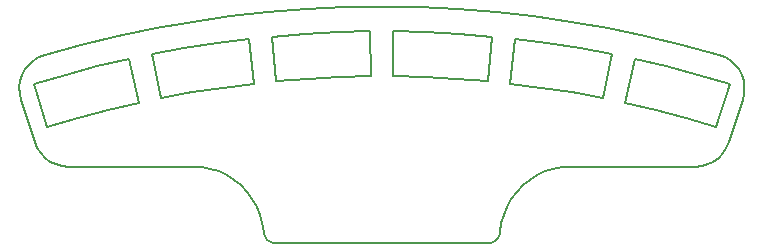
<source format=gko>
G04*
G04 #@! TF.GenerationSoftware,Altium Limited,Altium Designer,24.9.1 (31)*
G04*
G04 Layer_Color=16711935*
%FSLAX44Y44*%
%MOMM*%
G71*
G04*
G04 #@! TF.SameCoordinates,DAACD93C-0685-4D24-B70F-00F120199433*
G04*
G04*
G04 #@! TF.FilePolarity,Positive*
G04*
G01*
G75*
%ADD10C,0.2000*%
D10*
X474287Y164872D02*
X501597Y159838D01*
X446848Y169145D02*
X474287Y164872D01*
X419300Y172653D02*
X446848Y169145D01*
X415024Y134895D02*
X419300Y172653D01*
X415024Y134895D02*
X441523Y131519D01*
X467919Y127409D01*
X494190Y122567D01*
X501597Y159838D01*
X316283Y140954D02*
X342989Y140321D01*
X369667Y138946D01*
X396297Y136830D01*
X399833Y174665D01*
X372150Y176865D02*
X399833Y174665D01*
X344417Y178294D02*
X372150Y176865D01*
X316655Y178952D02*
X344417Y178294D01*
X316283Y140954D02*
X316655Y178952D01*
X590106Y98313D02*
X601306Y134625D01*
X574655Y142441D02*
X601306Y134625D01*
X547797Y149513D02*
X574655Y142441D01*
X520753Y155836D02*
X547797Y149513D01*
X512617Y118717D02*
X520753Y155836D01*
X512617Y118717D02*
X538633Y112634D01*
X564469Y105831D01*
X590106Y98313D01*
X92986Y155835D02*
X101122Y118716D01*
X65942Y149513D02*
X92986Y155835D01*
X39084Y142441D02*
X65942Y149513D01*
X12434Y134625D02*
X39084Y142441D01*
X12434Y134625D02*
X23633Y98313D01*
X49271Y105831D01*
X75107Y112634D01*
X101122Y118716D01*
X269322Y178294D02*
X297084Y178952D01*
X241589Y176865D02*
X269322Y178294D01*
X213906Y174665D02*
X241589Y176865D01*
X213906Y174665D02*
X217443Y136830D01*
X244072Y138946D01*
X270750Y140321D01*
X297456Y140954D01*
X297084Y178952D02*
X297456Y140954D01*
X119550Y122567D02*
X145821Y127409D01*
X172216Y131519D01*
X198716Y134895D01*
X194439Y172653D02*
X198716Y134895D01*
X166892Y169145D02*
X194439Y172653D01*
X139453Y164872D02*
X166892Y169145D01*
X112143Y159838D02*
X139453Y164872D01*
X112143Y159838D02*
X119550Y122567D01*
X216658Y-0D02*
X397081Y-0D01*
X214803Y174D02*
X216658Y-0D01*
X213012Y689D02*
X214803Y174D01*
X211347Y1527D02*
X213012Y689D01*
X209867Y2660D02*
X211347Y1527D01*
X208623Y4047D02*
X209867Y2660D01*
X207658Y5641D02*
X208623Y4047D01*
X207006Y7387D02*
X207658Y5641D01*
X206689Y9224D02*
X207006Y7387D01*
X205648Y16611D02*
X206689Y9224D01*
X203699Y23813D02*
X205648Y16611D01*
X200871Y30717D02*
X203699Y23813D01*
X197208Y37216D02*
X200871Y30717D01*
X192767Y43211D02*
X197208Y37216D01*
X187616Y48608D02*
X192767Y43211D01*
X181835Y53325D02*
X187616Y48608D01*
X175514Y57287D02*
X181835Y53325D01*
X168750Y60434D02*
X175514Y57287D01*
X161647Y62718D02*
X168750Y60434D01*
X154316Y64102D02*
X161647Y62718D01*
X146870Y64566D02*
X154316Y64102D01*
X41544Y64566D02*
X146870Y64566D01*
X36186Y65048D02*
X41544Y64566D01*
X31000Y66480D02*
X36186Y65048D01*
X26154Y68814D02*
X31000Y66480D01*
X21802Y71977D02*
X26154Y68814D01*
X18085Y75866D02*
X21802Y71977D01*
X15122Y80356D02*
X18085Y75866D01*
X13009Y85304D02*
X15122Y80356D01*
X1357Y121202D02*
X13009Y85304D01*
X168Y126398D02*
X1357Y121202D01*
X-82Y131722D02*
X168Y126398D01*
X-82Y131722D02*
X613Y137006D01*
X2233Y142084D01*
X4726Y146795D01*
X8013Y150991D01*
X11991Y154539D01*
X16533Y157326D01*
X21498Y159266D01*
X52488Y167770D01*
X83730Y175293D01*
X115195Y181829D01*
X146849Y187369D01*
X178662Y191910D01*
X210602Y195447D01*
X242638Y197976D01*
X274738Y199494D01*
X306870Y200000D01*
X339001Y199494D01*
X371101Y197976D01*
X403137Y195447D01*
X435077Y191910D01*
X466891Y187369D01*
X498545Y181829D01*
X530009Y175293D01*
X561252Y167770D01*
X592242Y159267D01*
X597206Y157327D01*
X601749Y154539D01*
X605727Y150991D01*
X609014Y146796D01*
X611507Y142085D01*
X613126Y137007D01*
X613822Y131722D01*
X613571Y126398D02*
X613822Y131722D01*
X612383Y121202D02*
X613571Y126398D01*
X600730Y85304D02*
X612383Y121202D01*
X598617Y80357D02*
X600730Y85304D01*
X595654Y75866D02*
X598617Y80357D01*
X591938Y71977D02*
X595654Y75866D01*
X587586Y68814D02*
X591938Y71977D01*
X582739Y66480D02*
X587586Y68814D01*
X577554Y65048D02*
X582739Y66480D01*
X572196Y64566D02*
X577554Y65048D01*
X466870Y64566D02*
X572196D01*
X459424Y64102D02*
X466870Y64566D01*
X452093Y62718D02*
X459424Y64102D01*
X444990Y60434D02*
X452093Y62718D01*
X438226Y57287D02*
X444990Y60434D01*
X431904Y53325D02*
X438226Y57287D01*
X426123Y48608D02*
X431904Y53325D01*
X420973Y43211D02*
X426123Y48608D01*
X416531Y37216D02*
X420973Y43211D01*
X412868Y30717D02*
X416531Y37216D01*
X410041Y23813D02*
X412868Y30717D01*
X408091Y16611D02*
X410041Y23813D01*
X407051Y9224D02*
X408091Y16611D01*
X406734Y7387D02*
X407051Y9224D01*
X406081Y5641D02*
X406734Y7387D01*
X405116Y4047D02*
X406081Y5641D01*
X403872Y2660D02*
X405116Y4047D01*
X402392Y1527D02*
X403872Y2660D01*
X400728Y689D02*
X402392Y1527D01*
X398937Y174D02*
X400728Y689D01*
X397081Y-0D02*
X398937Y174D01*
X498545Y181829D02*
X530009Y175293D01*
X561252Y167770D02*
X592242Y159267D01*
X530009Y175293D02*
X561252Y167770D01*
X216658Y-0D02*
X397081Y-0D01*
X214803Y174D02*
X216658Y-0D01*
X213012Y689D02*
X214803Y174D01*
X211347Y1527D02*
X213012Y689D01*
X209867Y2660D02*
X211347Y1527D01*
X208623Y4047D02*
X209867Y2660D01*
X207658Y5641D02*
X208623Y4047D01*
X207006Y7387D02*
X207658Y5641D01*
X206689Y9224D02*
X207006Y7387D01*
X205648Y16611D02*
X206689Y9224D01*
X203699Y23813D02*
X205648Y16611D01*
X200871Y30717D02*
X203699Y23813D01*
X197208Y37216D02*
X200871Y30717D01*
X192767Y43211D02*
X197208Y37216D01*
X187616Y48608D02*
X192767Y43211D01*
X181835Y53325D02*
X187616Y48608D01*
X175514Y57287D02*
X181835Y53325D01*
X168750Y60434D02*
X175514Y57287D01*
X161647Y62718D02*
X168750Y60434D01*
X154316Y64102D02*
X161647Y62718D01*
X146870Y64566D02*
X154316Y64102D01*
X41544Y64566D02*
X146870Y64566D01*
X36186Y65048D02*
X41544Y64566D01*
X31000Y66480D02*
X36186Y65048D01*
X26154Y68814D02*
X31000Y66480D01*
X21802Y71977D02*
X26154Y68814D01*
X18085Y75866D02*
X21802Y71977D01*
X15122Y80356D02*
X18085Y75866D01*
X13009Y85304D02*
X15122Y80356D01*
X1357Y121202D02*
X13009Y85304D01*
X168Y126398D02*
X1357Y121202D01*
X-82Y131722D02*
X168Y126398D01*
X-82Y131722D02*
X613Y137006D01*
X2233Y142084D01*
X4726Y146795D01*
X8013Y150991D01*
X11991Y154539D01*
X16533Y157326D01*
X21498Y159266D01*
X52488Y167770D01*
X83730Y175293D01*
X115195Y181829D01*
X146849Y187369D01*
X178662Y191910D01*
X210602Y195447D01*
X242638Y197976D01*
X274738Y199494D01*
X306870Y200000D01*
X339001Y199494D01*
X371101Y197976D01*
X403137Y195447D01*
X435077Y191910D01*
X466891Y187369D01*
X498545Y181829D01*
X592242Y159267D02*
X597206Y157327D01*
X601749Y154539D01*
X605727Y150991D01*
X609014Y146796D01*
X611507Y142085D01*
X613126Y137007D01*
X613822Y131722D01*
X613571Y126398D02*
X613822Y131722D01*
X612383Y121202D02*
X613571Y126398D01*
X600730Y85304D02*
X612383Y121202D01*
X598617Y80357D02*
X600730Y85304D01*
X595654Y75866D02*
X598617Y80357D01*
X591938Y71977D02*
X595654Y75866D01*
X587586Y68814D02*
X591938Y71977D01*
X582739Y66480D02*
X587586Y68814D01*
X577554Y65048D02*
X582739Y66480D01*
X572196Y64566D02*
X577554Y65048D01*
X466870Y64566D02*
X572196D01*
X459424Y64102D02*
X466870Y64566D01*
X452093Y62718D02*
X459424Y64102D01*
X444990Y60434D02*
X452093Y62718D01*
X438226Y57287D02*
X444990Y60434D01*
X431904Y53325D02*
X438226Y57287D01*
X426123Y48608D02*
X431904Y53325D01*
X420973Y43211D02*
X426123Y48608D01*
X416531Y37216D02*
X420973Y43211D01*
X412868Y30717D02*
X416531Y37216D01*
X410041Y23813D02*
X412868Y30717D01*
X408091Y16611D02*
X410041Y23813D01*
X407051Y9224D02*
X408091Y16611D01*
X406734Y7387D02*
X407051Y9224D01*
X406081Y5641D02*
X406734Y7387D01*
X405116Y4047D02*
X406081Y5641D01*
X403872Y2660D02*
X405116Y4047D01*
X402392Y1527D02*
X403872Y2660D01*
X400728Y689D02*
X402392Y1527D01*
X398937Y174D02*
X400728Y689D01*
X397081Y-0D02*
X398937Y174D01*
M02*

</source>
